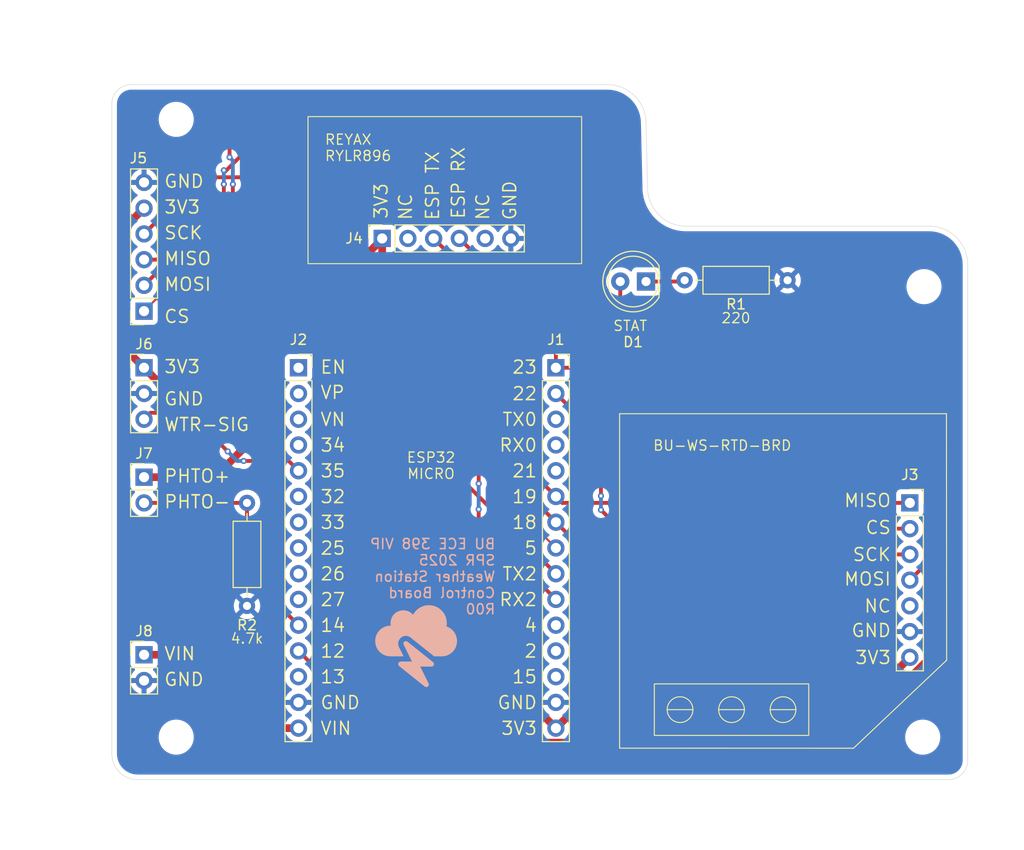
<source format=kicad_pcb>
(kicad_pcb (version 20241229) (generator "pcbnew") (generator_version "9.0")
  (layers (0 "F.Cu" signal) (2 "B.Cu" signal) (13 "F.Paste" user) (15 "B.Paste" user) (5 "F.SilkS" user "F.Silkscreen") (7 "B.SilkS" user "B.Silkscreen") (1 "F.Mask" user) (3 "B.Mask" user) (25 "Edge.Cuts" user))
  (net 0 "")
  (net 1 "/STAT_LED")
  (net 2 "Net-(D1-K)")
  (net 3 "GND")
  (net 4 "/MOSI")
  (net 7 "/MISO")
  (net 8 "/BME_CS")
  (net 10 "/ESP_TX")
  (net 12 "+3.3V")
  (net 15 "/ESP_RX")
  (net 16 "/RTD_CS")
  (net 17 "/SCK")
  (net 21 "/PHOTO_SENS")
  (net 26 "/WATER_SENS")
  (net 30 "VIN")
  (footprint "Resistor_THT:R_Axial_DIN0207_L6.3mm_D2.5mm_P10.16mm_Horizontal" (layer "F.Cu") (at 116.84 107.315 90)
    (property "Reference" "R2" (at -1.905 0 180) (layer "F.SilkS"))
    (property "Value" "4.7k")
    (fp_line (start 8.35 -1.37) (end 1.81 -1.37) (stroke (width 0.12)) (layer "F.SilkS"))
    (fp_line (start 1.81 -1.37) (end 1.81 1.37) (stroke (width 0.12)) (layer "F.SilkS"))
    (fp_line (start 9.12 0) (end 8.35 0) (stroke (width 0.12)) (layer "F.SilkS"))
    (fp_line (start 1.04 0) (end 1.81 0) (stroke (width 0.12)) (layer "F.SilkS"))
    (fp_line (start 8.35 1.37) (end 8.35 -1.37) (stroke (width 0.12)) (layer "F.SilkS"))
    (fp_line (start 1.81 1.37) (end 8.35 1.37) (stroke (width 0.12)) (layer "F.SilkS"))
    (pad "1" thru_hole circle (at 0 0 90) (size 1.6 1.6) (drill 0.8) (layers "*.Cu" "*.Mask") (net 3 "GND"))
    (pad "2" thru_hole oval (at 10.16 0 90) (size 1.6 1.6) (drill 0.8) (layers "*.Cu" "*.Mask") (net 21 "/PHOTO_SENS"))
  )
  (footprint "Connector_PinSocket_2.54mm:PinSocket_1x06_P2.54mm_Vertical" (layer "F.Cu") (at 130.175 71.06 90)
    (property "Reference" "J4" (at 0 -2.77 180) (layer "F.SilkS"))
    (property "Value" "Conn_01x06_Socket")
    (fp_line (start 1.33 -1.33) (end 1.33 0) (stroke (width 0.12)) (layer "F.SilkS"))
    (fp_line (start 0 -1.33) (end 1.33 -1.33) (stroke (width 0.12)) (layer "F.SilkS"))
    (fp_line (start 1.33 1.27) (end 1.33 14.03) (stroke (width 0.12)) (layer "F.SilkS"))
    (fp_line (start -1.33 1.27) (end 1.33 1.27) (stroke (width 0.12)) (layer "F.SilkS"))
    (fp_line (start -1.33 1.27) (end -1.33 14.03) (stroke (width 0.12)) (layer "F.SilkS"))
    (fp_line (start -1.33 14.03) (end 1.33 14.03) (stroke (width 0.12)) (layer "F.SilkS"))
    (pad "1" thru_hole rect (at 0 0 90) (size 1.7 1.7) (drill 1) (layers "*.Cu" "*.Mask") (net 12 "+3.3V"))
    (pad "2" thru_hole oval (at 0 2.54 90) (size 1.7 1.7) (drill 1) (layers "*.Cu" "*.Mask"))
    (pad "3" thru_hole oval (at 0 5.08 90) (size 1.7 1.7) (drill 1) (layers "*.Cu" "*.Mask") (net 10 "/ESP_TX"))
    (pad "4" thru_hole oval (at 0 7.62 90) (size 1.7 1.7) (drill 1) (layers "*.Cu" "*.Mask") (net 15 "/ESP_RX"))
    (pad "5" thru_hole oval (at 0 10.16 90) (size 1.7 1.7) (drill 1) (layers "*.Cu" "*.Mask"))
    (pad "6" thru_hole oval (at 0 12.7 90) (size 1.7 1.7) (drill 1) (layers "*.Cu" "*.Mask") (net 3 "GND"))
  )
  (footprint "Connector_PinSocket_2.54mm:PinSocket_1x15_P2.54mm_Vertical" (layer "F.Cu") (at 147.32 83.82)
    (property "Reference" "J1" (at 0 -2.77 0) (layer "F.SilkS"))
    (property "Value" "Conn_01x15_Socket")
    (fp_line (start -1.33 1.27) (end -1.33 36.89) (stroke (width 0.12)) (layer "F.SilkS"))
    (fp_line (start -1.33 1.27) (end 1.33 1.27) (stroke (width 0.12)) (layer "F.SilkS"))
    (fp_line (start -1.33 36.89) (end 1.33 36.89) (stroke (width 0.12)) (layer "F.SilkS"))
    (fp_line (start 0 -1.33) (end 1.33 -1.33) (stroke (width 0.12)) (layer "F.SilkS"))
    (fp_line (start 1.33 -1.33) (end 1.33 0) (stroke (width 0.12)) (layer "F.SilkS"))
    (fp_line (start 1.33 1.27) (end 1.33 36.89) (stroke (width 0.12)) (layer "F.SilkS"))
    (pad "1" thru_hole rect (at 0 0) (size 1.7 1.7) (drill 1) (layers "*.Cu" "*.Mask") (net 4 "/MOSI"))
    (pad "2" thru_hole oval (at 0 2.54) (size 1.7 1.7) (drill 1) (layers "*.Cu" "*.Mask") (net 16 "/RTD_CS"))
    (pad "3" thru_hole oval (at 0 5.08) (size 1.7 1.7) (drill 1) (layers "*.Cu" "*.Mask"))
    (pad "4" thru_hole oval (at 0 7.62) (size 1.7 1.7) (drill 1) (layers "*.Cu" "*.Mask"))
    (pad "5" thru_hole oval (at 0 10.16) (size 1.7 1.7) (drill 1) (layers "*.Cu" "*.Mask"))
    (pad "6" thru_hole oval (at 0 12.7) (size 1.7 1.7) (drill 1) (layers "*.Cu" "*.Mask") (net 7 "/MISO"))
    (pad "7" thru_hole oval (at 0 15.24) (size 1.7 1.7) (drill 1) (layers "*.Cu" "*.Mask") (net 17 "/SCK"))
    (pad "8" thru_hole oval (at 0 17.78) (size 1.7 1.7) (drill 1) (layers "*.Cu" "*.Mask") (net 8 "/BME_CS"))
    (pad "9" thru_hole oval (at 0 20.32) (size 1.7 1.7) (drill 1) (layers "*.Cu" "*.Mask") (net 10 "/ESP_TX"))
    (pad "10" thru_hole oval (at 0 22.86) (size 1.7 1.7) (drill 1) (layers "*.Cu" "*.Mask") (net 15 "/ESP_RX"))
    (pad "11" thru_hole oval (at 0 25.4) (size 1.7 1.7) (drill 1) (layers "*.Cu" "*.Mask"))
    (pad "12" thru_hole oval (at 0 27.94) (size 1.7 1.7) (drill 1) (layers "*.Cu" "*.Mask"))
    (pad "13" thru_hole oval (at 0 30.48) (size 1.7 1.7) (drill 1) (layers "*.Cu" "*.Mask"))
    (pad "14" thru_hole oval (at 0 33.02) (size 1.7 1.7) (drill 1) (layers "*.Cu" "*.Mask") (net 3 "GND"))
    (pad "15" thru_hole oval (at 0 35.56) (size 1.7 1.7) (drill 1) (layers "*.Cu" "*.Mask") (net 12 "+3.3V"))
  )
  (footprint "MountingHole:MountingHole_3.2mm_M3" (layer "F.Cu") (at 109.855 59.309)
    (property "Reference" "H2" (hide yes))
    (property "Value" "MountingHole")
    (pad "" np_thru_hole circle (at 0 0) (size 3.2 3.2) (drill 3.2) (layers "*.Cu" "*.Mask"))
  )
  (footprint "Connector_PinHeader_2.54mm:PinHeader_1x02_P2.54mm_Vertical" (layer "F.Cu") (at 106.68 112.141)
    (property "Reference" "J8" (at 0 -2.33 0) (layer "F.SilkS"))
    (property "Value" "Screw_Terminal_01x02")
    (fp_line (start -1.33 -1.33) (end 0 -1.33) (stroke (width 0.12)) (layer "F.SilkS"))
    (fp_line (start -1.33 0) (end -1.33 -1.33) (stroke (width 0.12)) (layer "F.SilkS"))
    (fp_line (start -1.33 1.27) (end -1.33 3.87) (stroke (width 0.12)) (layer "F.SilkS"))
    (fp_line (start -1.33 1.27) (end 1.33 1.27) (stroke (width 0.12)) (layer "F.SilkS"))
    (fp_line (start -1.33 3.87) (end 1.33 3.87) (stroke (width 0.12)) (layer "F.SilkS"))
    (fp_line (start 1.33 1.27) (end 1.33 3.87) (stroke (width 0.12)) (layer "F.SilkS"))
    (pad "1" thru_hole rect (at 0 0) (size 1.7 1.7) (drill 1) (layers "*.Cu" "*.Mask") (net 30 "VIN"))
    (pad "2" thru_hole oval (at 0 2.54) (size 1.7 1.7) (drill 1) (layers "*.Cu" "*.Mask") (net 3 "GND"))
  )
  (footprint "Connector_PinSocket_2.54mm:PinSocket_1x07_P2.54mm_Vertical" (layer "F.Cu") (at 182.245 97.155)
    (property "Reference" "J3" (at 0 -2.77 0) (layer "F.SilkS"))
    (property "Value" "Conn_01x07_Socket")
    (fp_line (start -1.33 1.27) (end -1.33 16.57) (stroke (width 0.12)) (layer "F.SilkS"))
    (fp_line (start -1.33 1.27) (end 1.33 1.27) (stroke (width 0.12)) (layer "F.SilkS"))
    (fp_line (start -1.33 16.57) (end 1.33 16.57) (stroke (width 0.12)) (layer "F.SilkS"))
    (fp_line (start 0 -1.33) (end 1.33 -1.33) (stroke (width 0.12)) (layer "F.SilkS"))
    (fp_line (start 1.33 -1.33) (end 1.33 0) (stroke (width 0.12)) (layer "F.SilkS"))
    (fp_line (start 1.33 1.27) (end 1.33 16.57) (stroke (width 0.12)) (layer "F.SilkS"))
    (pad "1" thru_hole rect (at 0 0) (size 1.7 1.7) (drill 1) (layers "*.Cu" "*.Mask") (net 7 "/MISO"))
    (pad "2" thru_hole oval (at 0 2.54) (size 1.7 1.7) (drill 1) (layers "*.Cu" "*.Mask") (net 16 "/RTD_CS"))
    (pad "3" thru_hole oval (at 0 5.08) (size 1.7 1.7) (drill 1) (layers "*.Cu" "*.Mask") (net 17 "/SCK"))
    (pad "4" thru_hole oval (at 0 7.62) (size 1.7 1.7) (drill 1) (layers "*.Cu" "*.Mask") (net 4 "/MOSI"))
    (pad "5" thru_hole oval (at 0 10.16) (size 1.7 1.7) (drill 1) (layers "*.Cu" "*.Mask"))
    (pad "6" thru_hole oval (at 0 12.7) (size 1.7 1.7) (drill 1) (layers "*.Cu" "*.Mask") (net 3 "GND"))
    (pad "7" thru_hole oval (at 0 15.24) (size 1.7 1.7) (drill 1) (layers "*.Cu" "*.Mask") (net 12 "+3.3V"))
  )
  (footprint "Connector_PinHeader_2.54mm:PinHeader_1x02_P2.54mm_Vertical" (layer "F.Cu") (at 106.68 94.615)
    (property "Reference" "J7" (at 0 -2.33 0) (layer "F.SilkS"))
    (property "Value" "Screw_Terminal_01x02")
    (fp_line (start -1.33 -1.33) (end 0 -1.33) (stroke (width 0.12)) (layer "F.SilkS"))
    (fp_line (start -1.33 0) (end -1.33 -1.33) (stroke (width 0.12)) (layer "F.SilkS"))
    (fp_line (start -1.33 1.27) (end -1.33 3.87) (stroke (width 0.12)) (layer "F.SilkS"))
    (fp_line (start -1.33 1.27) (end 1.33 1.27) (stroke (width 0.12)) (layer "F.SilkS"))
    (fp_line (start -1.33 3.87) (end 1.33 3.87) (stroke (width 0.12)) (layer "F.SilkS"))
    (fp_line (start 1.33 1.27) (end 1.33 3.87) (stroke (width 0.12)) (layer "F.SilkS"))
    (pad "1" thru_hole rect (at 0 0) (size 1.7 1.7) (drill 1) (layers "*.Cu" "*.Mask") (net 12 "+3.3V"))
    (pad "2" thru_hole oval (at 0 2.54) (size 1.7 1.7) (drill 1) (layers "*.Cu" "*.Mask") (net 21 "/PHOTO_SENS"))
  )
  (footprint "Connector_PinHeader_2.54mm:PinHeader_1x03_P2.54mm_Vertical" (layer "F.Cu") (at 106.68 83.82)
    (property "Reference" "J6" (at 0 -2.33 0) (layer "F.SilkS"))
    (property "Value" "Screw_Terminal_01x03")
    (fp_line (start -1.33 -1.33) (end 0 -1.33) (stroke (width 0.12)) (layer "F.SilkS"))
    (fp_line (start -1.33 0) (end -1.33 -1.33) (stroke (width 0.12)) (layer "F.SilkS"))
    (fp_line (start -1.33 1.27) (end -1.33 6.41) (stroke (width 0.12)) (layer "F.SilkS"))
    (fp_line (start -1.33 1.27) (end 1.33 1.27) (stroke (width 0.12)) (layer "F.SilkS"))
    (fp_line (start -1.33 6.41) (end 1.33 6.41) (stroke (width 0.12)) (layer "F.SilkS"))
    (fp_line (start 1.33 1.27) (end 1.33 6.41) (stroke (width 0.12)) (layer "F.SilkS"))
    (pad "1" thru_hole rect (at 0 0) (size 1.7 1.7) (drill 1) (layers "*.Cu" "*.Mask") (net 12 "+3.3V"))
    (pad "2" thru_hole oval (at 0 2.54) (size 1.7 1.7) (drill 1) (layers "*.Cu" "*.Mask") (net 3 "GND"))
    (pad "3" thru_hole oval (at 0 5.08) (size 1.7 1.7) (drill 1) (layers "*.Cu" "*.Mask") (net 26 "/WATER_SENS"))
  )
  (footprint "Connector_PinSocket_2.54mm:PinSocket_1x06_P2.54mm_Vertical" (layer "F.Cu") (at 106.68 78.232 180)
    (property "Reference" "J5" (at 0.5588 15.0876 180) (layer "F.SilkS"))
    (property "Value" "Conn_01x06_Socket")
    (fp_line (start 1.33 1.27) (end 1.33 14.03) (stroke (width 0.12)) (layer "F.SilkS"))
    (fp_line (start 1.33 -1.33) (end 1.33 0) (stroke (width 0.12)) (layer "F.SilkS"))
    (fp_line (start 0 -1.33) (end 1.33 -1.33) (stroke (width 0.12)) (layer "F.SilkS"))
    (fp_line (start -1.33 14.03) (end 1.33 14.03) (stroke (width 0.12)) (layer "F.SilkS"))
    (fp_line (start -1.33 1.27) (end 1.33 1.27) (stroke (width 0.12)) (layer "F.SilkS"))
    (fp_line (start -1.33 1.27) (end -1.33 14.03) (stroke (width 0.12)) (layer "F.SilkS"))
    (pad "1" thru_hole rect (at 0 0 180) (size 1.7 1.7) (drill 1) (layers "*.Cu" "*.Mask") (net 8 "/BME_CS"))
    (pad "2" thru_hole oval (at 0 2.54 180) (size 1.7 1.7) (drill 1) (layers "*.Cu" "*.Mask") (net 4 "/MOSI"))
    (pad "3" thru_hole oval (at 0 5.08 180) (size 1.7 1.7) (drill 1) (layers "*.Cu" "*.Mask") (net 7 "/MISO"))
    (pad "4" thru_hole oval (at 0 7.62 180) (size 1.7 1.7) (drill 1) (layers "*.Cu" "*.Mask") (net 17 "/SCK"))
    (pad "5" thru_hole oval (at 0 10.16 180) (size 1.7 1.7) (drill 1) (layers "*.Cu" "*.Mask") (net 12 "+3.3V"))
    (pad "6" thru_hole oval (at 0 12.7 180) (size 1.7 1.7) (drill 1) (layers "*.Cu" "*.Mask") (net 3 "GND"))
  )
  (footprint "Resistor_THT:R_Axial_DIN0207_L6.3mm_D2.5mm_P10.16mm_Horizontal" (layer "F.Cu") (at 170.18 75.184 180)
    (property "Reference" "R1" (at 5.08 -2.37 180) (layer "F.SilkS"))
    (property "Value" "220")
    (fp_line (start 9.12 0) (end 8.35 0) (stroke (width 0.12)) (layer "F.SilkS"))
    (fp_line (start 8.35 1.37) (end 8.35 -1.37) (stroke (width 0.12)) (layer "F.SilkS"))
    (fp_line (start 8.35 -1.37) (end 1.81 -1.37) (stroke (width 0.12)) (layer "F.SilkS"))
    (fp_line (start 1.81 1.37) (end 8.35 1.37) (stroke (width 0.12)) (layer "F.SilkS"))
    (fp_line (start 1.81 -1.37) (end 1.81 1.37) (stroke (width 0.12)) (layer "F.SilkS"))
    (fp_line (start 1.04 0) (end 1.81 0) (stroke (width 0.12)) (layer "F.SilkS"))
    (pad "1" thru_hole circle (at 0 0 180) (size 1.6 1.6) (drill 0.8) (layers "*.Cu" "*.Mask") (net 3 "GND"))
    (pad "2" thru_hole oval (at 10.16 0 180) (size 1.6 1.6) (drill 0.8) (layers "*.Cu" "*.Mask") (net 2 "Net-(D1-K)"))
  )
  (footprint "MountingHole:MountingHole_3.2mm_M3" (layer "F.Cu") (at 183.515 120.269)
    (property "Reference" "H1" (hide yes))
    (property "Value" "MountingHole")
    (pad "" np_thru_hole circle (at 0 0) (size 3.2 3.2) (drill 3.2) (layers "*.Cu" "*.Mask"))
  )
  (footprint "MountingHole:MountingHole_3.2mm_M3" (layer "F.Cu") (at 109.855 120.269)
    (property "Reference" "H4" (hide yes))
    (property "Value" "MountingHole")
    (pad "" np_thru_hole circle (at 0 0) (size 3.2 3.2) (drill 3.2) (layers "*.Cu" "*.Mask"))
  )
  (footprint "MountingHole:MountingHole_3.2mm_M3" (layer "F.Cu") (at 183.642 75.819)
    (property "Reference" "H3" (hide yes))
    (property "Value" "MountingHole")
    (pad "" np_thru_hole circle (at 0 0) (size 3.2 3.2) (drill 3.2) (layers "*.Cu" "*.Mask"))
  )
  (footprint "LED_THT:LED_D5.0mm" (layer "F.Cu") (at 156.21 75.311 180)
    (property "Reference" "D1" (at 1.27 -5.969 180) (layer "F.SilkS"))
    (property "Value" "RLED")
    (fp_line (start -1.29 -1.545) (end -1.29 1.545) (stroke (width 0.12)) (layer "F.SilkS"))
    (fp_arc (start 4.26 0.000048) (mid 2.071756 2.880501) (end -1.29 1.54483) (stroke (width 0.12)) (layer "F.SilkS"))
    (fp_arc (start -1.29 -1.54483) (mid 2.071756 -2.880501) (end 4.26 -0.000048) (stroke (width 0.12)) (layer "F.SilkS"))
    (fp_circle (center 1.27 0) (end 3.77 0) (stroke (width 0.12)) (fill no) (layer "F.SilkS"))
    (pad "1" thru_hole rect (at 0 0 180) (size 1.8 1.8) (drill 0.9) (layers "*.Cu" "*.Mask") (net 2 "Net-(D1-K)"))
    (pad "2" thru_hole circle (at 2.54 0 180) (size 1.8 1.8) (drill 0.9) (layers "*.Cu" "*.Mask") (net 1 "/STAT_LED"))
  )
  (footprint "Connector_PinSocket_2.54mm:PinSocket_1x15_P2.54mm_Vertical" (layer "F.Cu") (at 121.92 83.82)
    (property "Reference" "J2" (at 0 -2.77 0) (layer "F.SilkS"))
    (property "Value" "Conn_01x15_Socket")
    (fp_line (start -1.33 1.27) (end -1.33 36.89) (stroke (width 0.12)) (layer "F.SilkS"))
    (fp_line (start -1.33 1.27) (end 1.33 1.27) (stroke (width 0.12)) (layer "F.SilkS"))
    (fp_line (start -1.33 36.89) (end 1.33 36.89) (stroke (width 0.12)) (layer "F.SilkS"))
    (fp_line (start 0 -1.33) (end 1.33 -1.33) (stroke (width 0.12)) (layer "F.SilkS"))
    (fp_line (start 1.33 -1.33) (end 1.33 0) (stroke (width 0.12)) (layer "F.SilkS"))
    (fp_line (start 1.33 1.27) (end 1.33 36.89) (stroke (width 0.12)) (layer "F.SilkS"))
    (pad "1" thru_hole rect (at 0 0) (size 1.7 1.7) (drill 1) (layers "*.Cu" "*.Mask"))
    (pad "2" thru_hole oval (at 0 2.54) (size 1.7 1.7) (drill 1) (layers "*.Cu" "*.Mask"))
    (pad "3" thru_hole oval (at 0 5.08) (size 1.7 1.7) (drill 1) (layers "*.Cu" "*.Mask"))
    (pad "4" thru_hole oval (at 0 7.62) (size 1.7 1.7) (drill 1) (layers "*.Cu" "*.Mask"))
    (pad "5" thru_hole oval (at 0 10.16) (size 1.7 1.7) (drill 1) (layers "*.Cu" "*.Mask") (net 26 "/WATER_SENS"))
    (pad "6" thru_hole oval (at 0 12.7) (size 1.7 1.7) (drill 1) (layers "*.Cu" "*.Mask"))
    (pad "7" thru_hole oval (at 0 15.24) (size 1.7 1.7) (drill 1) (layers "*.Cu" "*.Mask"))
    (pad "8" thru_hole oval (at 0 17.78) (size 1.7 1.7) (drill 1) (layers "*.Cu" "*.Mask"))
    (pad "9" thru_hole oval (at 0 20.32) (size 1.7 1.7) (drill 1) (layers "*.Cu" "*.Mask"))
    (pad "10" thru_hole oval (at 0 22.86) (size 1.7 1.7) (drill 1) (layers "*.Cu" "*.Mask"))
    (pad "11" thru_hole oval (at 0 25.4) (size 1.7 1.7) (drill 1) (layers "*.Cu" "*.Mask") (net 21 "/PHOTO_SENS"))
    (pad "12" thru_hole oval (at 0 27.94) (size 1.7 1.7) (drill 1) (layers "*.Cu" "*.Mask") (net 1 "/STAT_LED"))
    (pad "13" thru_hole oval (at 0 30.48) (size 1.7 1.7) (drill 1) (layers "*.Cu" "*.Mask"))
    (pad "14" thru_hole oval (at 0 33.02) (size 1.7 1.7) (drill 1) (layers "*.Cu" "*.Mask") (net 3 "GND"))
    (pad "15" thru_hole oval (at 0 35.56) (size 1.7 1.7) (drill 1) (layers "*.Cu" "*.Mask") (net 30 "VIN"))
  )
  (gr_rect (start 157.03 115.015) (end 172.27 120.095) (stroke (width 0.1)) (fill no) (layer "F.SilkS"))
  (gr_rect (start 122.86 59.04) (end 149.86 73.548) (stroke (width 0.1)) (fill no) (layer "F.SilkS"))
  (gr_line (start 153.605 121.355) (end 176.6824 121.3612) (stroke (width 0.1)) (layer "F.SilkS"))
  (gr_line (start 153.605 88.355) (end 185.855 88.355) (stroke (width 0.1)) (layer "F.SilkS"))
  (gr_line (start 153.605 88.355) (end 153.605 121.355) (stroke (width 0.1)) (layer "F.SilkS"))
  (gr_line (start 185.855 88.355) (end 185.8772 112.6744) (stroke (width 0.1)) (layer "F.SilkS"))
  (gr_circle (center 159.57 117.555) (end 160.84 117.555) (stroke (width 0.1)) (fill no) (layer "F.SilkS"))
  (gr_line (start 158.3 117.555) (end 160.84 117.555) (stroke (width 0.1)) (layer "F.SilkS"))
  (gr_line (start 168.46 117.555) (end 171 117.555) (stroke (width 0.1)) (layer "F.SilkS"))
  (gr_line (start 163.38 117.555) (end 165.92 117.555) (stroke (width 0.1)) (layer "F.SilkS"))
  (gr_line (start 185.8772 112.6744) (end 176.6824 121.3612) (stroke (width 0.1)) (layer "F.SilkS"))
  (gr_circle (center 169.73 117.555) (end 168.46 117.555) (stroke (width 0.1)) (fill no) (layer "F.SilkS"))
  (gr_circle (center 164.65 117.555) (end 165.92 117.555) (stroke (width 0.1)) (fill no) (layer "F.SilkS"))
  (gr_poly (pts (xy 132.506375 110.791316) (xy 132.49651 110.791964) (xy 132.486646 110.793043) (xy 132.476782 110.794553) (xy 132.466918 110.796495) (xy 132.457054 110.798869) (xy 132.437326 110.80491) (xy 132.417598 110.812678) (xy 132.39787 110.822172) (xy 132.378142 110.833393) (xy 132.358414 110.846339) (xy 132.341521 110.862307) (xy 132.326355 110.878644) (xy 132.312915 110.895352) (xy 132.301202 110.912429) (xy 132.291214 110.929876) (xy 132.282953 110.947693) (xy 132.27947 110.95674) (xy 132.276418 110.96588) (xy 132.273798 110.975112) (xy 132.27161 110.984437) (xy 132.269853 110.993854) (xy 132.268527 111.003363) (xy 132.267633 111.012965) (xy 132.267171 111.02266) (xy 132.267541 111.042326) (xy 132.269637 111.062363) (xy 132.273459 111.082769) (xy 132.279008 111.103545) (xy 132.286282 111.124691) (xy 132.295283 111.146207) (xy 133.115974 112.803372) (xy 132.011198 112.803372) (xy 131.989929 112.8059) (xy 131.969522 112.809537) (xy 131.949979 112.814284) (xy 131.940531 112.817074) (xy 131.931299 112.820141) (xy 131.922283 112.823486) (xy 131.913482 112.827108) (xy 131.904897 112.831007) (xy 131.896528 112.835184) (xy 131.888375 112.839638) (xy 131.880437 112.84437) (xy 131.872716 112.849379) (xy 131.86521 112.854665) (xy 131.85792 112.860229) (xy 131.850845 112.866071) (xy 131.843987 112.87219) (xy 131.837344 112.878586) (xy 131.830917 112.88526) (xy 131.824705 112.892211) (xy 131.81871 112.899439) (xy 131.81293 112.906945) (xy 131.807366 112.914728) (xy 131.802018 112.922789) (xy 131.796885 112.931127) (xy 131.791969 112.939743) (xy 131.782783 112.957807) (xy 131.77446 112.97698) (xy 131.76922 112.996585) (xy 131.765336 113.015943) (xy 131.762808 113.035055) (xy 131.761637 113.05392) (xy 131.761822 113.072538) (xy 131.763363 113.09091) (xy 131.76626 113.109035) (xy 131.770514 113.126914) (xy 131.776124 113.144546) (xy 131.783091 113.161932) (xy 131.791414 113.17907) (xy 131.801093 113.195963) (xy 131.812128 113.212608) (xy 131.82452 113.229007) (xy 131.838268 113.24516) (xy 131.853373 113.261065) (xy 134.378577 115.281229) (xy 134.398305 115.292264) (xy 134.418033 115.301697) (xy 134.437761 115.309526) (xy 134.457489 115.315753) (xy 134.477217 115.320377) (xy 134.496945 115.323398) (xy 134.516674 115.324815) (xy 134.536402 115.32463) (xy 134.55613 115.322843) (xy 134.575858 115.319452) (xy 134.595586 115.314458) (xy 134.615314 115.307861) (xy 134.635043 115.299662) (xy 134.654771 115.289859) (xy 134.674499 115.278454) (xy 134.694227 115.265446) (xy 134.711119 115.249478) (xy 134.726285 115.233141) (xy 134.739725 115.216434) (xy 134.751439 115.199357) (xy 134.761426 115.18191) (xy 134.769687 115.164093) (xy 134.77317 115.155045) (xy 134.776222 115.145906) (xy 134.778842 115.136674) (xy 134.781031 115.127349) (xy 134.782788 115.117932) (xy 134.784113 115.108422) (xy 134.785007 115.09882) (xy 134.78547 115.089126) (xy 134.7851 115.069459) (xy 134.783004 115.049423) (xy 134.779181 115.029016) (xy 134.773633 115.00824) (xy 134.766358 114.987094) (xy 134.757357 114.965578) (xy 133.936666 113.308413) (xy 135.041442 113.308413) (xy 135.062712 113.305885) (xy 135.083118 113.302248) (xy 135.102661 113.297501) (xy 135.112109 113.294711) (xy 135.121341 113.291644) (xy 135.130358 113.288299) (xy 135.139158 113.284677) (xy 135.147743 113.280778) (xy 135.156112 113.276601) (xy 135.164266 113.272147) (xy 135.172203 113.267415) (xy 135.179925 113.262406) (xy 135.187431 113.25712) (xy 135.194721 113.251556) (xy 135.201795 113.245714) (xy 135.208654 113.239596) (xy 135.215297 113.233199) (xy 135.221724 113.226526) (xy 135.227935 113.219575) (xy 135.233931 113.212346) (xy 135.23971 113.20484) (xy 135.245274 113.197057) (xy 135.250622 113.188996) (xy 135.255755 113.180658) (xy 135.260671 113.172042) (xy 135.269857 113.153978) (xy 135.27818 113.134805) (xy 135.283421 113.115262) (xy 135.287305 113.096089) (xy 135.289832 113.077285) (xy 135.290587 113.068022) (xy 135.291004 113.058852) (xy 135.291081 113.049774) (xy 135.290819 113.040788) (xy 135.290218 113.031895) (xy 135.289277 113.023094) (xy 135.287998 113.014386) (xy 135.28638 113.005771) (xy 135.284422 112.997248) (xy 135.282126 112.988817) (xy 135.27949 112.980479) (xy 135.276516 112.972233) (xy 135.273202 112.96408) (xy 135.269549 112.956019) (xy 135.265557 112.948051) (xy 135.261226 112.940175) (xy 135.256556 112.932391) (xy 135.251547 112.924701) (xy 135.246199 112.917102) (xy 135.240512 112.909596) (xy 135.22812 112.894862) (xy 135.214372 112.880497) (xy 135.199268 112.866502) (xy 132.674064 110.846339) (xy 132.654336 110.833393) (xy 132.634608 110.822172) (xy 132.614879 110.812678) (xy 132.595151 110.80491) (xy 132.575423 110.798869) (xy 132.565559 110.796495) (xy 132.555695 110.794553) (xy 132.545831 110.793043) (xy 132.535967 110.791964) (xy 132.526103 110.791316) (xy 132.516239 110.791101)) (stroke (width -0.000001)) (fill yes) (layer "B.SilkS"))
  (gr_poly (pts (xy 134.724251 107.248972) (xy 134.660443 107.252116) (xy 134.597497 107.257357) (xy 134.535415 107.264693) (xy 134.474196 107.274125) (xy 134.413841 107.285654) (xy 134.354348 107.299279) (xy 134.295718 107.315) (xy 134.237952 107.332817) (xy 134.181048 107.35273) (xy 134.125008 107.374739) (xy 134.069831 107.398844) (xy 134.015517 107.425046) (xy 133.962066 107.453343) (xy 133.909478 107.483737) (xy 133.857753 107.516227) (xy 133.8072 107.54847) (xy 133.758126 107.58207) (xy 133.710532 107.617025) (xy 133.664417 107.653338) (xy 133.619782 107.691006) (xy 133.576627 107.730031) (xy 133.534951 107.770412) (xy 133.494755 107.812149) (xy 133.456039 107.855243) (xy 133.418802 107.899693) (xy 133.383045 107.945499) (xy 133.348767 107.992662) (xy 133.315969 108.041181) (xy 133.28465 108.091056) (xy 133.254812 108.142288) (xy 133.226453 108.194875) (xy 133.180153 108.143212) (xy 133.132004 108.094755) (xy 133.082005 108.049504) (xy 133.030157 108.007458) (xy 132.97646 107.968618) (xy 132.920913 107.932984) (xy 132.863516 107.900556) (xy 132.80427 107.871334) (xy 132.743174 107.845317) (xy 132.680229 107.822507) (xy 132.615434 107.802902) (xy 132.54879 107.786503) (xy 132.480297 107.773309) (xy 132.409954 107.763322) (xy 132.337761 107.75654) (xy 132.263719 107.752965) (xy 132.197321 107.756232) (xy 132.13228 107.762089) (xy 132.068595 107.770535) (xy 132.006266 107.781571) (xy 131.945294 107.795195) (xy 131.885678 107.811409) (xy 131.827418 107.830213) (xy 131.770514 107.851606) (xy 131.714967 107.875588) (xy 131.660777 107.902159) (xy 131.607942 107.93132) (xy 131.556464 107.96307) (xy 131.506342 107.997409) (xy 131.457577 108.034338) (xy 131.410168 108.073855) (xy 131.364115 108.115963) (xy 131.322007 108.162016) (xy 131.282489 108.209425) (xy 131.245561 108.25819) (xy 131.211221 108.308312) (xy 131.179471 108.35979) (xy 131.150311 108.412625) (xy 131.123739 108.466816) (xy 131.099757 108.522363) (xy 131.078364 108.579266) (xy 131.059561 108.637526) (xy 131.043347 108.697142) (xy 131.029722 108.758114) (xy 131.018687 108.820443) (xy 131.010241 108.884128) (xy 131.004384 108.949169) (xy 131.001116 109.015567) (xy 131.00161 109.047132) (xy 131.003089 109.078697) (xy 131.005555 109.110262) (xy 131.009008 109.141827) (xy 131.013446 109.173392) (xy 131.018872 109.204957) (xy 131.025283 109.236522) (xy 131.032681 109.268087) (xy 131.016899 109.268087) (xy 131.001116 109.268087) (xy 130.921094 109.271663) (xy 130.842798 109.278444) (xy 130.766228 109.288432) (xy 130.691384 109.301625) (xy 130.618267 109.318024) (xy 130.546876 109.337629) (xy 130.477211 109.360439) (xy 130.409272 109.386456) (xy 130.343059 109.415678) (xy 130.278573 109.448106) (xy 130.215813 109.48374) (xy 130.154779 109.52258) (xy 130.095471 109.564626) (xy 130.037889 109.609877) (xy 129.982034 109.658335) (xy 129.927905 109.709998) (xy 129.876242 109.764127) (xy 129.827784 109.819982) (xy 129.782533 109.877564) (xy 129.740487 109.936871) (xy 129.701648 109.997905) (xy 129.666014 110.060666) (xy 129.633585 110.125152) (xy 129.604363 110.191365) (xy 129.578347 110.259303) (xy 129.555536 110.328968) (xy 129.535931 110.40036) (xy 129.519532 110.473477) (xy 129.506339 110.548321) (xy 129.496352 110.624891) (xy 129.48957 110.703187) (xy 129.485994 110.783209) (xy 129.48957 110.863232) (xy 129.496352 110.941528) (xy 129.506339 111.018098) (xy 129.519532 111.092941) (xy 129.535931 111.166059) (xy 129.555536 111.23745) (xy 129.578347 111.307115) (xy 129.604363 111.375054) (xy 129.633585 111.441266) (xy 129.666014 111.505753) (xy 129.701648 111.568513) (xy 129.740487 111.629547) (xy 129.782533 111.688855) (xy 129.827784 111.746436) (xy 129.876242 111.802292) (xy 129.927905 111.856421) (xy 129.982034 111.908084) (xy 130.037889 111.956541) (xy 130.095471 112.001793) (xy 130.154779 112.043838) (xy 130.215813 112.082678) (xy 130.278573 112.118312) (xy 130.343059 112.15074) (xy 130.409272 112.179963) (xy 130.477211 112.205979) (xy 130.546876 112.22879) (xy 130.618267 112.248395) (xy 130.691384 112.264794) (xy 130.766228 112.277987) (xy 130.842798 112.287974) (xy 130.921094 112.294756) (xy 131.001116 112.298332) (xy 132.011198 112.298332) (xy 132.295283 112.298332) (xy 131.83759 111.382945) (xy 131.824397 111.35138) (xy 131.812437 111.319815) (xy 131.801709 111.28825) (xy 131.792215 111.256685) (xy 131.783954 111.22512) (xy 131.776926 111.193555) (xy 131.771131 111.16199) (xy 131.766569 111.130425) (xy 131.763239 111.09886) (xy 131.761143 111.067295) (xy 131.76028 111.03573) (xy 131.76065 111.004165) (xy 131.762253 110.972599) (xy 131.765089 110.941034) (xy 131.769158 110.909469) (xy 131.77446 110.877904) (xy 131.782906 110.846648) (xy 131.792462 110.816007) (xy 131.803128 110.785983) (xy 131.814903 110.756576) (xy 131.827788 110.727785) (xy 131.841782 110.699611) (xy 131.856887 110.672053) (xy 131.873101 110.645112) (xy 131.890425 110.618787) (xy 131.908858 110.593079) (xy 131.928401 110.567987) (xy 131.949054 110.543512) (xy 131.970817 110.519653) (xy 131.993689 110.496411) (xy 132.017671 110.473785) (xy 132.042763 110.451776) (xy 132.068656 110.430753) (xy 132.095043 110.411087) (xy 132.121922 110.392777) (xy 132.149295 110.375823) (xy 132.177161 110.360225) (xy 132.20552 110.345984) (xy 132.234373 110.333099) (xy 132.263718 110.32157) (xy 132.293557 110.311398) (xy 132.323889 110.302582) (xy 132.354714 110.295122) (xy 132.386033 110.289019) (xy 132.417845 110.284272) (xy 132.450149 110.280881) (xy 132.482947 110.278847) (xy 132.516239 110.278168) (xy 132.54768 110.278847) (xy 132.578875 110.280881) (xy 132.609824 110.284272) (xy 132.640526 110.289019) (xy 132.670981 110.295122) (xy 132.70119 110.302582) (xy 132.731152 110.311398) (xy 132.760868 110.32157) (xy 132.790337 110.333099) (xy 132.819559 110.345984) (xy 132.848535 110.360225) (xy 132.877264 110.375823) (xy 132.905746 110.392777) (xy 132.933982 110.411087) (xy 132.961972 110.430753) (xy 132.989715 110.451776) (xy 135.309746 112.298332) (xy 136.051524 112.298332) (xy 136.131546 112.294756) (xy 136.209842 112.287974) (xy 136.286412 112.277987) (xy 136.361256 112.264794) (xy 136.434373 112.248395) (xy 136.505765 112.22879) (xy 136.57543 112.205979) (xy 136.643369 112.179963) (xy 136.709581 112.15074) (xy 136.774068 112.118312) (xy 136.836828 112.082678) (xy 136.897862 112.043838) (xy 136.95717 112.001793) (xy 137.014751 111.956541) (xy 137.070606 111.908084) (xy 137.124736 111.856421) (xy 137.176399 111.802292) (xy 137.224856 111.746436) (xy 137.270107 111.688855) (xy 137.312153 111.629547) (xy 137.350993 111.568513) (xy 137.386627 111.505753) (xy 137.419055 111.441266) (xy 137.448277 111.375054) (xy 137.474294 111.307115) (xy 137.497104 111.23745) (xy 137.516709 111.166059) (xy 137.533108 111.092941) (xy 137.546302 111.018098) (xy 137.556289 110.941528) (xy 137.56307 110.863232) (xy 137.566646 110.783209) (xy 137.563625 110.720511) (xy 137.558508 110.658675) (xy 137.551295 110.597703) (xy 137.541986 110.537594) (xy 137.530581 110.478348) (xy 137.517079 110.419965) (xy 137.501482 110.362445) (xy 137.483788 110.305788) (xy 137.463998 110.249994) (xy 137.442112 110.195064) (xy 137.41813 110.140996) (xy 137.392052 110.087792) (xy 137.363878 110.035451) (xy 137.333607 109.983972) (xy 137.301241 109.933357) (xy 137.266778 109.883605) (xy 137.230589 109.837121) (xy 137.193044 109.792363) (xy 137.154143 109.749331) (xy 137.113885 109.708025) (xy 137.072271 109.668445) (xy 137.029301 109.630592) (xy 136.984974 109.594465) (xy 136.939291 109.560064) (xy 136.892252 109.527389) (xy 136.843856 109.49644) (xy 136.794104 109.467218) (xy 136.742996 109.439722) (xy 136.690531 109.413952) (xy 136.63671 109.389908) (xy 136.581533 109.367591) (xy 136.525 109.347) (xy 136.532398 109.307297) (xy 136.538809 109.267101) (xy 136.544235 109.226411) (xy 136.548674 109.185229) (xy 136.552126 109.143553) (xy 136.554592 109.101384) (xy 136.556072 109.058722) (xy 136.556565 109.015567) (xy 136.552681 108.92192) (xy 136.544974 108.830369) (xy 136.533446 108.740914) (xy 136.518095 108.653555) (xy 136.498921 108.568292) (xy 136.475926 108.485126) (xy 136.449108 108.404056) (xy 136.418468 108.325081) (xy 136.384005 108.248203) (xy 136.34572 108.173421) (xy 136.303613 108.100735) (xy 136.257683 108.030145) (xy 136.207931 107.961652) (xy 136.154357 107.895254) (xy 136.09696 107.830953) (xy 136.035741 107.768747) (xy 135.973536 107.707528) (xy 135.909235 107.650132) (xy 135.842837 107.596557) (xy 135.774343 107.546806) (xy 135.703754 107.500876) (xy 135.631068 107.458769) (xy 135.556286 107.420484) (xy 135.479407 107.386021) (xy 135.400433 107.355381) (xy 135.319363 107.328563) (xy 135.236196 107.305567) (xy 135.150934 107.286394) (xy 135.063575 107.271043) (xy 134.97412 107.259514) (xy 134.882569 107.251808) (xy 134.788922 107.247924)) (stroke (width -0.000001)) (fill yes) (layer "B.SilkS"))
  (gr_arc (start 103.505 57.785) (mid 104.062962 56.437962) (end 105.41 55.88) (stroke (width 0.05)) (layer "Edge.Cuts"))
  (gr_line (start 184.15 69.85) (end 160.1741 69.85) (stroke (width 0.05)) (layer "Edge.Cuts"))
  (gr_line (start 156.21 59.69) (end 156.364077 66.04) (stroke (width 0.05)) (layer "Edge.Cuts"))
  (gr_line (start 106.045 124.46) (end 186.055 124.46) (stroke (width 0.05)) (layer "Edge.Cuts"))
  (gr_arc (start 152.4 55.88) (mid 155.094077 56.995923) (end 156.21 59.69) (stroke (width 0.05)) (layer "Edge.Cuts"))
  (gr_line (start 152.4 55.88) (end 105.41 55.88) (stroke (width 0.05)) (layer "Edge.Cuts"))
  (gr_arc (start 160.174077 69.85) (mid 157.48 68.734077) (end 156.364077 66.04) (stroke (width 0.05)) (layer "Edge.Cuts"))
  (gr_line (start 187.96 122.555) (end 187.96 73.66) (stroke (width 0.05)) (layer "Edge.Cuts"))
  (gr_arc (start 106.045 124.46) (mid 104.248949 123.716051) (end 103.505 121.92) (stroke (width 0.05)) (layer "Edge.Cuts"))
  (gr_arc (start 184.15 69.85) (mid 186.844077 70.965923) (end 187.96 73.66) (stroke (width 0.05)) (layer "Edge.Cuts"))
  (gr_line (start 103.505 57.785) (end 103.505 121.92) (stroke (width 0.05)) (layer "Edge.Cuts"))
  (gr_arc (start 187.96 122.555) (mid 187.402038 123.902038) (end 186.055 124.46) (stroke (width 0.05)) (layer "Edge.Cuts"))
  (gr_text "2" (at 145.541999 112.522 0) (layer "F.SilkS") (effects (font (size 1.27 1.27) (thickness 0.1524)) (justify right bottom)))
  (gr_text "WTR-SIG" (at 108.585 90.17 0) (layer "F.SilkS") (effects (font (size 1.27 1.27) (thickness 0.15875)) (justify left bottom)))
  (gr_text "PHTO-" (at 108.585 97.79 0) (layer "F.SilkS") (effects (font (size 1.27 1.27) (thickness 0.15875)) (justify left bottom)))
  (gr_text "MISO" (at 108.585 73.787 0) (layer "F.SilkS") (effects (font (size 1.27 1.27) (thickness 0.15875)) (justify left bottom)))
  (gr_text "33" (at 124 99.822 0) (layer "F.SilkS") (effects (font (size 1.27 1.27) (thickness 0.1524)) (justify left bottom)))
  (gr_text "TX2" (at 145.541999 104.902 0) (layer "F.SilkS") (effects (font (size 1.27 1.27) (thickness 0.1524)) (justify right bottom)))
  (gr_text "GND" (at 145.541999 117.602 0) (layer "F.SilkS") (effects (font (size 1.27 1.27) (thickness 0.1524)) (justify right bottom)))
  (gr_text "27" (at 124 107.442 0) (layer "F.SilkS") (effects (font (size 1.27 1.27) (thickness 0.1524)) (justify left bottom)))
  (gr_text "VIN" (at 108.585 112.776 0) (layer "F.SilkS") (effects (font (size 1.27 1.27) (thickness 0.15875)) (justify left bottom)))
  (gr_text "4.7k" (at 116.84 111.125 0) (layer "F.SilkS") (effects (font (size 1 1) (thickness 0.127)) (justify bottom)))
  (gr_text "VIN" (at 124 120.142 0) (layer "F.SilkS") (effects (font (size 1.27 1.27) (thickness 0.1524)) (justify left bottom)))
  (gr_text "ESP RX" (at 138.43 69.215 90) (layer "F.SilkS") (effects (font (size 1.27 1.27) (thickness 0.1524)) (justify left bottom)))
  (gr_text "19" (at 145.542 97.282 0) (layer "F.SilkS") (effects (font (size 1.27 1.27) (thickness 0.1524)) (justify right bottom)))
  (gr_text "SCK" (at 180.467 102.997 0) (layer "F.SilkS") (effects (font (size 1.27 1.27) (thickness 0.1524)) (justify right bottom)))
  (gr_text "MOSI" (at 180.467 105.41 0) (layer "F.SilkS") (effects (font (size 1.27 1.27) (thickness 0.1524)) (justify right bottom)))
  (gr_text "STAT" (at 152.908 80.264 0) (layer "F.SilkS") (effects (font (size 1 1) (thickness 0.127)) (justify left bottom)))
  (gr_text "13" (at 124 115.062 0) (layer "F.SilkS") (effects (font (size 1.27 1.27) (thickness 0.1524)) (justify left bottom)))
  (gr_text "EN" (at 124 84.5 0) (layer "F.SilkS") (effects (font (size 1.27 1.27) (thickness 0.1524)) (justify left bottom)))
  (gr_text "34" (at 124 92.202 0) (layer "F.SilkS") (effects (font (size 1.27 1.27) (thickness 0.1524)) (justify left bottom)))
  (gr_text "GND" (at 124 117.602 0) (layer "F.SilkS") (effects (font (size 1.27 1.27) (thickness 0.1524)) (justify left bottom)))
  (gr_text "NC" (at 180.467 108.077 0) (layer "F.SilkS") (effects (font (size 1.27 1.27) (thickness 0.1524)) (justify right bottom)))
  (gr_text "32" (at 124 97.282 0) (layer "F.SilkS") (effects (font (size 1.27 1.27) (thickness 0.1524)) (justify left bottom)))
  (gr_text "220" (at 163.576 79.502 0) (layer "F.SilkS") (effects (font (size 1 1) (thickness 0.127)) (justify left bottom)))
  (gr_text "RX0" (at 145.542 92.202 0) (layer "F.SilkS") (effects (font (size 1.27 1.27) (thickness 0.1524)) (justify right bottom)))
  (gr_text "BU-WS-RTD-BRD" (at 156.845 92.075 0) (layer "F.SilkS") (effects (font (size 1 1) (thickness 0.127)) (justify left bottom)))
  (gr_text "25" (at 124 102.362 0) (layer "F.SilkS") (effects (font (size 1.27 1.27) (thickness 0.1524)) (justify left bottom)))
  (gr_text "VP" (at 124 87 0) (layer "F.SilkS") (effects (font (size 1.27 1.27) (thickness 0.1524)) (justify left bottom)))
  (gr_text "SCK" (at 108.585 71.247 0) (layer "F.SilkS") (effects (font (size 1.27 1.27) (thickness 0.15875)) (justify left bottom)))
  (gr_text "NC" (at 133.223 69.342 90) (layer "F.SilkS") (effects (font (size 1.27 1.27) (thickness 0.1524)) (justify left bottom)))
  (gr_text "3V3" (at 145.541999 120.142 0) (layer "F.SilkS") (effects (font (size 1.27 1.27) (thickness 0.1524)) (justify right bottom)))
  (gr_text "35" (at 124 94.742 0) (layer "F.SilkS") (effects (font (size 1.27 1.27) (thickness 0.1524)) (justify left bottom)))
  (gr_text "VN" (at 124 89.662 0) (layer "F.SilkS") (effects (font (size 1.27 1.27) (thickness 0.1524)) (justify left bottom)))
  (gr_text "CS" (at 180.467 100.33 0) (layer "F.SilkS") (effects (font (size 1.27 1.27) (thickness 0.1524)) (justify right bottom)))
  (gr_text "GND" (at 108.585 115.316 0) (layer "F.SilkS") (effects (font (size 1.27 1.27) (thickness 0.15875)) (justify left bottom)))
  (gr_text "4" (at 145.541999 109.982 0) (layer "F.SilkS") (effects (font (size 1.27 1.27) (thickness 0.1524)) (justify right bottom)))
  (gr_text "TX0" (at 145.542 89.662 0) (layer "F.SilkS") (effects (font (size 1.27 1.27) (thickness 0.1524)) (justify right bottom)))
  (gr_text "14" (at 124 109.982 0) (layer "F.SilkS") (effects (font (size 1.27 1.27) (thickness 0.1524)) (justify left bottom)))
  (gr_text "GND" (at 180.467 110.49 0) (layer "F.SilkS") (effects (font (size 1.27 1.27) (thickness 0.1524)) (justify right bottom)))
  (gr_text "CS" (at 108.585 79.502 0) (layer "F.SilkS") (effects (font (size 1.27 1.27) (thickness 0.15875)) (justify left bottom)))
  (gr_text "ESP32\nMICRO" (at 135.001 94.869 0) (layer "F.SilkS") (effects (font (size 1 1) (thickness 0.127)) (justify bottom)))
  (gr_text "ESP TX" (at 135.89 69.342 90) (layer "F.SilkS") (effects (font (size 1.27 1.27) (thickness 0.1524)) (justify left bottom)))
  (gr_text "22" (at 145.542 87.122 0) (layer "F.SilkS") (effects (font (size 1.27 1.27) (thickness 0.1524)) (justify right bottom)))
  (gr_text "MISO" (at 180.467 97.663 0) (layer "F.SilkS") (effects (font (size 1.27 1.27) (thickness 0.1524)) (justify right bottom)))
  (gr_text "PHTO+" (at 108.585 95.25 0) (layer "F.SilkS") (effects (font (size 1.27 1.27) (thickness 0.15875)) (justify left bottom)))
  (gr_text "21" (at 145.542 94.742 0) (layer "F.SilkS") (effects (font (size 1.27 1.27) (thickness 0.1524)) (justify right bottom)))
  (gr_text "RX2" (at 145.541999 107.442 0) (layer "F.SilkS") (effects (font (size 1.27 1.27) (thickness 0.1524)) (justify right bottom)))
  (gr_text "3V3" (at 180.467 113.157 0) (layer "F.SilkS") (effects (font (size 1.27 1.27) (thickness 0.1524)) (justify right bottom)))
  (gr_text "15" (at 145.541999 115.062 0) (layer "F.SilkS") (effects (font (size 1.27 1.27) (thickness 0.1524)) (justify right bottom)))
  (gr_text "REYAX\nRYLR896" (at 124.46 63.5 0) (layer "F.SilkS") (effects (font (size 1 1) (thickness 0.127)) (justify left bottom)))
  (gr_text "MOSI" (at 108.585 76.327 0) (layer "F.SilkS") (effects (font (size 1.27 1.27) (thickness 0.15875)) (justify left bottom)))
  (gr_text "GND" (at 143.51 69.342 90) (layer "F.SilkS") (effects (font (size 1.27 1.27) (thickness 0.1524)) (justify left bottom)))
  (gr_text "NC" (at 140.843 69.342 90) (layer "F.SilkS") (effects (font (size 1.27 1.27) (thickness 0.1524)) (justify left bottom)))
  (gr_text "GND" (at 108.585 66.167 0) (layer "F.SilkS") (effects (font (size 1.27 1.27) (thickness 0.15875)) (justify left bottom)))
  (gr_text "26" (at 124 104.902 0) (layer "F.SilkS") (effects (font (size 1.27 1.27) (thickness 0.1524)) (justify left bottom)))
  (gr_text "3V3" (at 108.585 68.707 0) (layer "F.SilkS") (effects (font (size 1.27 1.27) (thickness 0.15875)) (justify left bottom)))
  (gr_text "18" (at 145.542 99.822 0) (layer "F.SilkS") (effects (font (size 1.27 1.27) (thickness 0.1524)) (justify right bottom)))
  (gr_text "3V3" (at 130.81 69.215 90) (layer "F.SilkS") (effects (font (size 1.27 1.27) (thickness 0.1524)) (justify left bottom)))
  (gr_text "12" (at 124 112.522 0) (layer "F.SilkS") (effects (font (size 1.27 1.27) (thickness 0.1524)) (justify left bottom)))
  (gr_text "3V3" (at 108.585 84.455 0) (layer "F.SilkS") (effects (font (size 1.27 1.27) (thickness 0.15875)) (justify left bottom)))
  (gr_text "5" (at 145.542 102.362 0) (layer "F.SilkS") (effects (font (size 1.27 1.27) (thickness 0.1524)) (justify right bottom)))
  (gr_text "GND" (at 108.585 87.63 0) (layer "F.SilkS") (effects (font (size 1.27 1.27) (thickness 0.15875)) (justify left bottom)))
  (gr_text "23" (at 145.542 84.5 0) (layer "F.SilkS") (effects (font (size 1.27 1.27) (thickness 0.1524)) (justify right bottom)))
  (gr_text "BU ECE 398 VIP\nSPR 2025\nWeather Station\nControl Board\nR00" (at 141.424768 108.231329 0) (layer "B.SilkS") (effects (font (size 1 1)) (justify left bottom mirror)))
  (segment (start 130.7815 120.6215) (end 175.774247 120.6215) (width 0.381) (layer "F.Cu") (net 1))
  (segment (start 173.162072 80.264) (end 155.448 80.264) (width 0.381) (layer "F.Cu") (net 1))
  (segment (start 153.67 78.486) (end 153.67 75.311) (width 0.381) (layer "F.Cu") (net 1))
  (segment (start 185.367 92.468928) (end 173.162072 80.264) (width 0.381) (layer "F.Cu") (net 1))
  (segment (start 121.92 111.76) (end 130.7815 120.6215) (width 0.381) (layer "F.Cu") (net 1))
  (segment (start 185.367 111.028747) (end 185.367 92.468928) (width 0.381) (layer "F.Cu") (net 1))
  (segment (start 175.774247 120.6215) (end 185.367 111.028747) (width 0.381) (layer "F.Cu") (net 1))
  (segment (start 155.448 80.264) (end 153.67 78.486) (width 0.381) (layer "F.Cu") (net 1))
  (segment (start 159.512 75.184) (end 160.02 75.184) (width 0.381) (layer "F.Cu") (net 2))
  (segment (start 159.385 75.311) (end 159.512 75.184) (width 0.381) (layer "F.Cu") (net 2))
  (segment (start 156.21 75.311) (end 159.385 75.311) (width 0.381) (layer "F.Cu") (net 2))
  (segment (start 115.117492 62.174508) (end 115.824 61.468) (width 0.381) (layer "F.Cu") (net 4))
  (segment (start 147.066 61.468) (end 115.824 61.468) (width 0.381) (layer "F.Cu") (net 4))
  (segment (start 149.352 63.754) (end 147.066 61.468) (width 0.381) (layer "F.Cu") (net 4))
  (segment (start 115.443 66.929) (end 115.443 65.7145) (width 0.381) (layer "F.Cu") (net 4))
  (segment (start 184.785 92.71) (end 175.895 83.82) (width 0.381) (layer "F.Cu") (net 4))
  (segment (start 115.117492 63.047492) (end 115.117492 62.174508) (width 0.381) (layer "F.Cu") (net 4))
  (segment (start 182.245 104.775) (end 184.785 102.235) (width 0.381) (layer "F.Cu") (net 4))
  (segment (start 175.895 83.82) (end 147.32 83.82) (width 0.381) (layer "F.Cu") (net 4))
  (segment (start 147.32 83.82) (end 147.32 75.184) (width 0.381) (layer "F.Cu") (net 4))
  (segment (start 106.68 75.692) (end 115.443 66.929) (width 0.381) (layer "F.Cu") (net 4))
  (segment (start 147.32 75.184) (end 149.352 73.152) (width 0.381) (layer "F.Cu") (net 4))
  (segment (start 149.352 73.152) (end 149.352 63.754) (width 0.381) (layer "F.Cu") (net 4))
  (segment (start 184.785 102.235) (end 184.785 92.71) (width 0.381) (layer "F.Cu") (net 4))
  (via (at 115.443 65.7145) (size 0.6) (drill 0.3) (layers "F.Cu" "B.Cu") (net 4))
  (via (at 115.117492 63.047492) (size 0.6) (drill 0.3) (layers "F.Cu" "B.Cu") (net 4))
  (segment (start 115.443 63.373) (end 115.117492 63.047492) (width 0.381) (layer "B.Cu") (net 4))
  (segment (start 115.443 65.7145) (end 115.443 63.373) (width 0.381) (layer "B.Cu") (net 4))
  (segment (start 114.554 66.548) (end 107.95 73.152) (width 0.381) (layer "F.Cu") (net 7))
  (segment (start 116.1495 62.992) (end 114.6995 64.442) (width 0.381) (layer "F.Cu") (net 7))
  (segment (start 147.955 97.155) (end 147.32 96.52) (width 0.381) (layer "F.Cu") (net 7))
  (segment (start 147.32 96.52) (end 143.764 92.964) (width 0.381) (layer "F.Cu") (net 7))
  (segment (start 114.554 65.7145) (end 114.554 66.548) (width 0.381) (layer "F.Cu") (net 7))
  (segment (start 143.764 92.964) (end 143.764 77.216) (width 0.381) (layer "F.Cu") (net 7))
  (segment (start 114.6625 64.442) (end 114.554 64.3335) (width 0.381) (layer "F.Cu") (net 7))
  (segment (start 143.764 77.216) (end 148.336 72.644) (width 0.381) (layer "F.Cu") (net 7))
  (segment (start 145.288 62.992) (end 116.1495 62.992) (width 0.381) (layer "F.Cu") (net 7))
  (segment (start 148.336 72.644) (end 148.336 66.04) (width 0.381) (layer "F.Cu") (net 7))
  (segment (start 182.245 97.155) (end 147.955 97.155) (width 0.381) (layer "F.Cu") (net 7))
  (segment (start 148.336 66.04) (end 145.288 62.992) (width 0.381) (layer "F.Cu") (net 7))
  (segment (start 114.6995 64.442) (end 114.6625 64.442) (width 0.381) (layer "F.Cu") (net 7))
  (segment (start 107.95 73.152) (end 106.68 73.152) (width 0.381) (layer "F.Cu") (net 7))
  (via (at 114.554 65.7145) (size 0.6) (drill 0.3) (layers "F.Cu" "B.Cu") (net 7))
  (via (at 114.554 64.3335) (size 0.6) (drill 0.3) (layers "F.Cu" "B.Cu") (net 7))
  (segment (start 114.554 64.3335) (end 114.554 65.7145) (width 0.381) (layer "B.Cu") (net 7))
  (segment (start 145.288 68.326) (end 145.288 72.136) (width 0.2) (layer "F.Cu") (net 8))
  (segment (start 143.51 66.548) (end 145.288 68.326) (width 0.2) (layer "F.Cu") (net 8))
  (segment (start 141.732 75.692) (end 141.732 96.012) (width 0.2) (layer "F.Cu") (net 8))
  (segment (start 145.288 72.136) (end 141.732 75.692) (width 0.2) (layer "F.Cu") (net 8))
  (segment (start 106.68 78.232) (end 118.364 66.548) (width 0.2) (layer "F.Cu") (net 8))
  (segment (start 141.732 96.012) (end 147.32 101.6) (width 0.2) (layer "F.Cu") (net 8))
  (segment (start 118.364 66.548) (end 143.51 66.548) (width 0.2) (layer "F.Cu") (net 8))
  (segment (start 147.32 104.14) (end 137.795 94.615) (width 0.381) (layer "F.Cu") (net 10))
  (segment (start 137.795 94.615) (end 137.795 73.6) (width 0.381) (layer "F.Cu") (net 10))
  (segment (start 137.795 73.6) (end 135.255 71.06) (width 0.381) (layer "F.Cu") (net 10))
  (segment (start 180.975 113.665) (end 153.035 113.665) (width 0.762) (layer "F.Cu") (net 12))
  (segment (start 113.665 94.615) (end 106.68 94.615) (width 0.762) (layer "F.Cu") (net 12))
  (segment (start 116.205 85.09) (end 107.95 85.09) (width 0.762) (layer "F.Cu") (net 12))
  (segment (start 130.175 71.12) (end 130.175 71.06) (width 0.762) (layer "F.Cu") (net 12))
  (segment (start 135.255 78.445) (end 135.255 107.315) (width 0.762) (layer "F.Cu") (net 12))
  (segment (start 106.68 83.82) (end 104.648 81.788) (width 0.762) (layer "F.Cu") (net 12))
  (segment (start 182.245 112.395) (end 180.975 113.665) (width 0.762) (layer "F.Cu") (net 12))
  (segment (start 117.475 83.82) (end 116.205 85.09) (width 0.762) (layer "F.Cu") (net 12))
  (segment (start 104.648 81.788) (end 104.648 70.104) (width 0.762) (layer "F.Cu") (net 12))
  (segment (start 117.475 90.805) (end 113.665 94.615) (width 0.762) (layer "F.Cu") (net 12))
  (segment (start 153.035 113.665) (end 147.32 119.38) (width 0.762) (layer "F.Cu") (net 12))
  (segment (start 130.175 73.365) (end 135.255 78.445) (width 0.762) (layer "F.Cu") (net 12))
  (segment (start 135.255 107.315) (end 147.32 119.38) (width 0.762) (layer "F.Cu") (net 12))
  (segment (start 104.648 70.104) (end 106.68 68.072) (width 0.762) (layer "F.Cu") (net 12))
  (segment (start 107.95 85.09) (end 106.68 83.82) (width 0.762) (layer "F.Cu") (net 12))
  (segment (start 117.475 83.82) (end 117.475 90.805) (width 0.762) (layer "F.Cu") (net 12))
  (segment (start 117.475 83.82) (end 130.175 71.12) (width 0.762) (layer "F.Cu") (net 12))
  (segment (start 130.175 71.06) (end 130.175 73.365) (width 0.762) (layer "F.Cu") (net 12))
  (segment (start 139.7 99.06) (end 147.32 106.68) (width 0.381) (layer "F.Cu") (net 15))
  (segment (start 139.7 72.965) (end 137.795 71.06) (width 0.381) (layer "F.Cu") (net 15))
  (segment (start 139.7 97.79) (end 139.7 99.06) (width 0.381) (layer "F.Cu") (net 15))
  (segment (start 139.7 95.25) (end 139.7 72.965) (width 0.381) (layer "F.Cu") (net 15))
  (via (at 139.7 95.25) (size 0.6) (drill 0.3) (layers "F.Cu" "B.Cu") (net 15))
  (via (at 139.7 97.79) (size 0.6) (drill 0.3) (layers "F.Cu" "B.Cu") (net 15))
  (segment (start 139.7 97.79) (end 139.7 95.25) (width 0.381) (layer "B.Cu") (net 15))
  (segment (start 151.765 90.805) (end 147.32 86.36) (width 0.381) (layer "F.Cu") (net 16))
  (segment (start 153.6145 99.695) (end 151.765 97.8455) (width 0.381) (layer "F.Cu") (net 16))
  (segment (start 182.245 99.695) (end 153.6145 99.695) (width 0.381) (layer "F.Cu") (net 16))
  (segment (start 151.765 96.4645) (end 151.765 90.805) (width 0.381) (layer "F.Cu") (net 16))
  (via (at 151.765 97.8455) (size 0.6) (drill 0.3) (layers "F.Cu" "B.Cu") (net 16))
  (via (at 151.765 96.4645) (size 0.6) (drill 0.3) (layers "F.Cu" "B.Cu") (net 16))
  (segment (start 151.765 97.8455) (end 151.765 96.4645) (width 0.381) (layer "B.Cu") (net 16))
  (segment (start 144.526 65.024) (end 112.268 65.024) (width 0.381) (layer "F.Cu") (net 17))
  (segment (start 146.812 67.31) (end 144.526 65.024) (width 0.381) (layer "F.Cu") (net 17))
  (segment (start 150.495 102.235) (end 147.32 99.06) (width 0.381) (layer "F.Cu") (net 17))
  (segment (start 112.268 65.024) (end 106.68 70.612) (width 0.381) (layer "F.Cu") (net 17))
  (segment (start 146.812 72.644) (end 146.812 67.31) (width 0.381) (layer "F.Cu") (net 17))
  (segment (start 182.245 102.235) (end 150.495 102.235) (width 0.381) (layer "F.Cu") (net 17))
  (segment (start 147.32 99.06) (end 142.748 94.488) (width 0.381) (layer "F.Cu") (net 17))
  (segment (start 142.748 76.708) (end 146.812 72.644) (width 0.381) (layer "F.Cu") (net 17))
  (segment (start 142.748 94.488) (end 142.748 76.708) (width 0.381) (layer "F.Cu") (net 17))
  (segment (start 116.84 97.155) (end 106.68 97.155) (width 0.381) (layer "F.Cu") (net 21))
  (segment (start 121.92 109.22) (end 116.84 104.14) (width 0.381) (layer "F.Cu") (net 21))
  (segment (start 116.84 104.14) (end 116.84 97.155) (width 0.381) (layer "F.Cu") (net 21))
  (segment (start 107.315 88.265) (end 106.68 88.9) (width 0.381) (layer "F.Cu") (net 26))
  (segment (start 120.955462 93.015462) (end 116.510462 93.015462) (width 0.381) (layer "F.Cu") (net 26))
  (segment (start 111.125 88.265) (end 107.315 88.265) (width 0.381) (layer "F.Cu") (net 26))
  (segment (start 121.92 93.98) (end 120.955462 93.015462) (width 0.381) (layer "F.Cu") (net 26))
  (segment (start 114.935 92.075) (end 111.125 88.265) (width 0.381) (layer "F.Cu") (net 26))
  (via (at 116.510462 93.015462) (size 0.6) (drill 0.3) (layers "F.Cu" "B.Cu") (net 26))
  (via (at 114.935 92.075) (size 0.6) (drill 0.3) (layers "F.Cu" "B.Cu") (net 26))
  (segment (start 115.875462 93.015462) (end 114.935 92.075) (width 0.381) (layer "B.Cu") (net 26))
  (segment (start 116.510462 93.015462) (end 115.875462 93.015462) (width 0.381) (layer "B.Cu") (net 26))
  (segment (start 109.601 112.141) (end 116.84 119.38) (width 0.762) (layer "F.Cu") (net 30))
  (segment (start 116.84 119.38) (end 121.92 119.38) (width 0.762) (layer "F.Cu") (net 30))
  (segment (start 106.68 112.141) (end 109.601 112.141) (width 0.762) (layer "F.Cu") (net 30))
  (zone (net 3) (net_name "GND") (layer "B.Cu") (connect_pads (clearance 0.5)) (min_thickness 0.25) (fill yes (thermal_gap 0.5) (thermal_bridge_width 0.5))
    (polygon (pts (xy 103.759 55.88) (xy 187.96 55.88) (xy 187.96 124.46) (xy 103.759 124.46)))
  )
)
</source>
